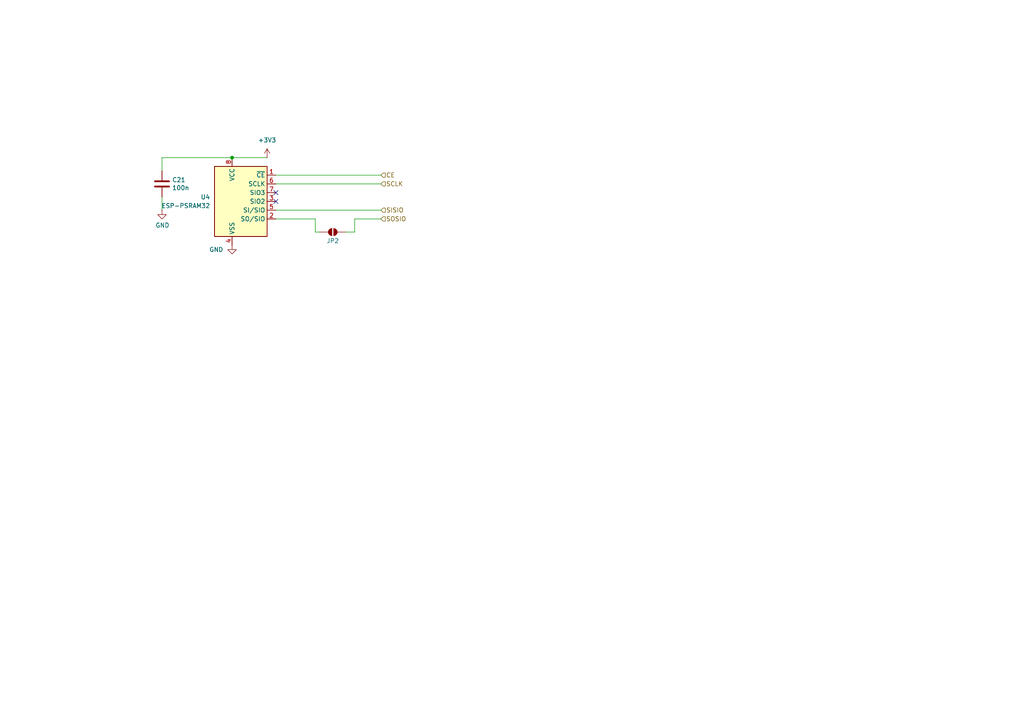
<source format=kicad_sch>
(kicad_sch (version 20250114) (generator "eeschema") (generator_version "9.0")
  (paper "A4")
  (title_block (title "MiniFRANK RM1E") (date "2025-04-15") (rev "${VERSION}") (company "Mikhail Matveev") (comment 1 "https://github.com/xtremespb/frank"))
  (lib_symbols
    (symbol "Device:C" (pin_numbers (hide yes)) (pin_names (offset 0.254))
      (property "Reference" "C" (at 0.635 2.54 0))
      (property "Value" "C" (at 0.635 -2.54 0))
      (symbol "C_0_1"
        (polyline (pts (xy -2.032 0.762) (xy 2.032 0.762)) (stroke (width 0.508)))
        (polyline (pts (xy -2.032 -0.762) (xy 2.032 -0.762)) (stroke (width 0.508)))
      )
      (symbol "C_1_1"
        (pin passive line (at 0 3.81 270) (length 2.794) (name "~") (number "1"))
        (pin passive line (at 0 -3.81 90) (length 2.794) (name "~") (number "2"))
      )
    )
    (symbol "FRANK:ESP-PSRAM32"
      (property "Reference" "PSR1" (at -8.89 1.2701 0))
      (property "Value" "PSRAM" (at -8.89 -1.2699 0))
      (symbol "ESP-PSRAM32_0_1"
        (rectangle (start -7.62 10.16) (end 7.62 -10.16) (stroke (width 0.254)) (fill (type background)))
      )
      (symbol "ESP-PSRAM32_1_1"
        (pin power_in line (at -2.54 12.7 270) (length 2.54) (name "VCC") (number "8"))
        (pin power_in line (at -2.54 -12.7 90) (length 2.54) (name "VSS") (number "4"))
        (pin input line (at 10.16 7.62 180) (length 2.54) (name "~{CE}") (number "1"))
        (pin output line (at 10.16 5.08 180) (length 2.54) (name "SCLK") (number "6"))
        (pin bidirectional line (at 10.16 2.54 180) (length 2.54) (name "SIO3") (number "7"))
        (pin bidirectional line (at 10.16 0 180) (length 2.54) (name "SIO2") (number "3"))
        (pin input line (at 10.16 -2.54 180) (length 2.54) (name "SI/SIO") (number "5"))
        (pin output line (at 10.16 -5.08 180) (length 2.54) (name "SO/SIO") (number "2"))
      )
    )
    (symbol "GND_1" (power) (pin_numbers (hide yes)) (pin_names (offset 0) (hide yes))
      (property "Value" "GND" (at 0 -3.81 0))
      (symbol "GND_1_0_1"
        (polyline (pts (xy 0 0) (xy 0 -1.27) (xy 1.27 -1.27) (xy 0 -2.54) (xy -1.27 -1.27) (xy 0 -1.27)))
      )
      (symbol "GND_1_1_1"
        (pin power_in line (at 0 0 270) (length 0) (name "~") (number "1"))
      )
    )
    (symbol "Jumper:SolderJumper_2_Open" (pin_numbers (hide yes)) (pin_names (offset 0) (hide yes)) (exclude_from_sim yes) (in_bom no)
      (property "Reference" "JP" (at 0 2.032 0))
      (property "Value" "SolderJumper_2_Open" (at 0 -2.54 0))
      (symbol "SolderJumper_2_Open_0_1"
        (polyline (pts (xy -0.254 1.016) (xy -0.254 -1.016)))
        (arc (start -0.254 -1.016) (mid -1.2656 0) (end -0.254 1.016))
        (arc (start -0.254 -1.016) (mid -1.2656 0) (end -0.254 1.016) (fill (type outline)))
        (arc (start 0.254 1.016) (mid 1.2656 0) (end 0.254 -1.016))
        (arc (start 0.254 1.016) (mid 1.2656 0) (end 0.254 -1.016) (fill (type outline)))
        (polyline (pts (xy 0.254 1.016) (xy 0.254 -1.016)))
      )
      (symbol "SolderJumper_2_Open_1_1"
        (pin passive line (at -3.81 0 0) (length 2.54) (name "A") (number "1"))
        (pin passive line (at 3.81 0 180) (length 2.54) (name "B") (number "2"))
      )
    )
    (symbol "power:+3V3" (power) (pin_numbers (hide yes)) (pin_names (offset 0) (hide yes))
      (property "Value" "+3V3" (at 0 3.556 0))
      (symbol "+3V3_0_1"
        (polyline (pts (xy -0.762 1.27) (xy 0 2.54)))
        (polyline (pts (xy 0 2.54) (xy 0.762 1.27)))
        (polyline (pts (xy 0 0) (xy 0 2.54)))
      )
      (symbol "+3V3_1_1"
        (pin power_in line (at 0 0 90) (length 0) (name "~") (number "1"))
      )
    )
    (symbol "power:GND" (power) (pin_numbers (hide yes)) (pin_names (offset 0) (hide yes))
      (property "Value" "GND" (at 0 -3.81 0))
      (symbol "GND_0_1"
        (polyline (pts (xy 0 0) (xy 0 -1.27) (xy 1.27 -1.27) (xy 0 -2.54) (xy -1.27 -1.27) (xy 0 -1.27)))
      )
      (symbol "GND_1_1"
        (pin power_in line (at 0 0 270) (length 0) (name "~") (number "1"))
      )
    )
  )
  (junction (at 67.31 45.72))
  (no_connect (at 80.01 55.88))
  (no_connect (at 80.01 58.42))
  (wire (pts (xy 80.01 50.8) (xy 110.49 50.8)))
  (wire (pts (xy 91.44 67.31) (xy 91.44 63.5)))
  (wire (pts (xy 91.44 67.31) (xy 92.71 67.31)))
  (wire (pts (xy 46.99 45.72) (xy 46.99 49.53)))
  (wire (pts (xy 80.01 53.34) (xy 110.49 53.34)))
  (wire (pts (xy 46.99 45.72) (xy 67.31 45.72)))
  (wire (pts (xy 67.31 45.72) (xy 77.47 45.72)))
  (wire (pts (xy 46.99 57.15) (xy 46.99 60.96)))
  (wire (pts (xy 80.01 60.96) (xy 110.49 60.96)))
  (wire (pts (xy 102.87 67.31) (xy 102.87 63.5)))
  (wire (pts (xy 102.87 63.5) (xy 110.49 63.5)))
  (wire (pts (xy 100.33 67.31) (xy 102.87 67.31)))
  (wire (pts (xy 91.44 63.5) (xy 80.01 63.5)))
  (hierarchical_label "SISIO" (shape input) (at 110.49 60.96 0))
  (hierarchical_label "CE" (shape input) (at 110.49 50.8 0))
  (hierarchical_label "SCLK" (shape input) (at 110.49 53.34 0))
  (hierarchical_label "SOSIO" (shape input) (at 110.49 63.5 0))
  (symbol (lib_id "power:GND") (at 67.31 71.12 0) (unit 1)
    (property "Reference" "#PWR051" (effects (hide yes)))
    (property "Value" "GND" (at 64.77 72.39 0) (effects (justify right)))
    (property "Description" "Power symbol creates a global label with name \"GND\" , ground" (effects (hide yes)))
  )
  (symbol (lib_id "power:+3V3") (at 77.47 45.72 0) (unit 1)
    (property "Reference" "#PWR049" (effects (hide yes)))
    (property "Value" "+3V3" (at 77.47 40.64 0))
    (property "Description" "Power symbol creates a global label with name \"+3V3\"" (effects (hide yes)))
  )
  (symbol (lib_id "FRANK:ESP-PSRAM32") (at 69.85 58.42 0) (unit 1)
    (property "Reference" "U4" (at 60.96 57.1499 0) (effects (justify right)))
    (property "Value" "ESP-PSRAM32" (at 60.96 59.6899 0) (effects (justify right)))
    (property "Footprint" "FRANK:SO-8" (effects (hide yes)))
    (property "Datasheet" "https://www.espressif.com/sites/default/files/documentation/esp-psram32_datasheet_en.pdf" (effects (hide yes)))
    (property "AliExpress" "https://www.aliexpress.com/item/1005006440914173.html" (effects (hide yes)))
  )
  (symbol (lib_id "Device:C") (at 46.99 53.34 0) (unit 1)
    (property "Reference" "C21" (at 49.911 52.1716 0) (effects (justify left)))
    (property "Value" "100n" (at 49.911 54.483 0) (effects (justify left)))
    (property "Footprint" "FRANK:Capacitor (0402)" (effects (hide yes)))
    (property "Datasheet" "https://eu.mouser.com/datasheet/2/40/KGM_X7R-3223212.pdf" (effects (hide yes)))
    (property "AliExpress" "https://www.aliexpress.com/item/33008008276.html" (effects (hide yes)))
  )
  (symbol (lib_id "Jumper:SolderJumper_2_Open") (at 96.52 67.31 0) (unit 1)
    (property "Reference" "JP2" (at 96.52 69.85 0))
    (property "Value" "Jumper (Solder)" (effects (hide yes)))
    (property "Footprint" "FRANK:Jumper (solder)" (effects (hide yes)))
    (property "Description" "Solder Jumper, 2-pole, open" (effects (hide yes)))
    (property "AliExpress" "https://www.aliexpress.com/item/1005006454399822.html" (effects (hide yes)))
  )
  (symbol (lib_name "GND_1") (lib_id "power:GND") (at 46.99 60.96 0) (unit 1)
    (property "Reference" "#PWR050" (effects (hide yes)))
    (property "Value" "GND" (at 47.117 65.3542 0))
    (property "Description" "Power symbol creates a global label with name \"GND\" , ground" (effects (hide yes)))
  )
)
</source>
